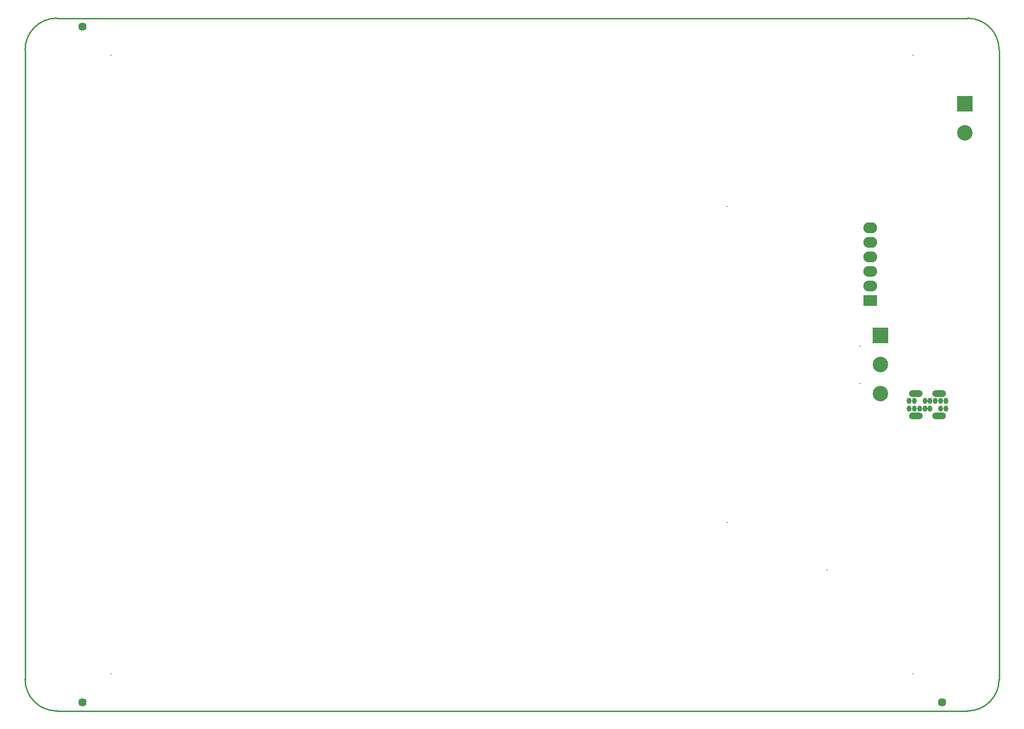
<source format=gts>
G04*
G04 #@! TF.GenerationSoftware,Altium Limited,Altium Designer,22.2.1 (43)*
G04*
G04 Layer_Color=8388736*
%FSLAX25Y25*%
%MOIN*%
G70*
G04*
G04 #@! TF.SameCoordinates,848C5CEF-A0A5-40A2-882F-BA2EA4B76D18*
G04*
G04*
G04 #@! TF.FilePolarity,Negative*
G04*
G01*
G75*
%ADD10C,0.01000*%
%ADD12C,0.00800*%
%ADD13C,0.05701*%
%ADD14C,0.10642*%
%ADD15R,0.10642X0.10642*%
%ADD16R,0.10642X0.10642*%
%ADD17O,0.03359X0.04147*%
%ADD18O,0.09461X0.04934*%
%ADD19O,0.09461X0.07493*%
%ADD20R,0.09461X0.07493*%
D10*
X-334646Y-216535D02*
G03*
X-312992Y-238189I21654J0D01*
G01*
X312992D02*
G03*
X334646Y-216535I0J21654D01*
G01*
Y216535D02*
G03*
X312992Y238189I-21654J0D01*
G01*
X-312992D02*
G03*
X-334646Y216535I0J-21654D01*
G01*
X-312992Y-238189D02*
X0Y-238189D01*
X-334646Y-216535D02*
X-334646Y0D01*
X334646D02*
X334646Y-216535D01*
X0Y-238189D02*
X312992Y-238189D01*
X0Y238189D02*
X312992Y238189D01*
X334646Y0D02*
X334646Y216535D01*
X-334646D02*
X-334646Y0D01*
X-312992Y238189D02*
X0Y238189D01*
D12*
X275590Y212598D02*
D03*
X-275590D02*
D03*
X275590Y-212598D02*
D03*
X-275590D02*
D03*
X238976Y12795D02*
D03*
Y-12795D02*
D03*
X216535Y-141142D02*
D03*
X147638Y-108661D02*
D03*
Y108661D02*
D03*
D13*
X295276Y-232283D02*
D03*
X-295276D02*
D03*
Y232283D02*
D03*
D14*
X252953Y-20000D02*
D03*
Y0D02*
D03*
X311024Y159291D02*
D03*
D15*
X252953Y20000D02*
D03*
D16*
X311024Y179291D02*
D03*
D17*
X272638Y-30315D02*
D03*
X276378D02*
D03*
X283661D02*
D03*
X280118D02*
D03*
X298228D02*
D03*
X294488D02*
D03*
X287205D02*
D03*
X298228Y-24803D02*
D03*
X294488D02*
D03*
X287205D02*
D03*
X290748D02*
D03*
X272638D02*
D03*
X276378D02*
D03*
X283661D02*
D03*
D18*
X293307Y-19961D02*
D03*
X277559D02*
D03*
Y-35157D02*
D03*
X293307D02*
D03*
D19*
X246063Y93898D02*
D03*
Y83898D02*
D03*
Y73898D02*
D03*
Y63898D02*
D03*
Y53898D02*
D03*
D20*
Y43898D02*
D03*
M02*

</source>
